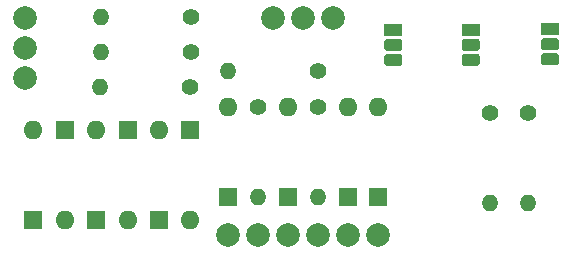
<source format=gbr>
G04 #@! TF.GenerationSoftware,KiCad,Pcbnew,(5.0.0)*
G04 #@! TF.CreationDate,2019-08-30T23:05:15+01:00*
G04 #@! TF.ProjectId,LS15,4C5331352E6B696361645F7063620000,rev?*
G04 #@! TF.SameCoordinates,Original*
G04 #@! TF.FileFunction,Soldermask,Top*
G04 #@! TF.FilePolarity,Negative*
%FSLAX46Y46*%
G04 Gerber Fmt 4.6, Leading zero omitted, Abs format (unit mm)*
G04 Created by KiCad (PCBNEW (5.0.0)) date 08/30/19 23:05:15*
%MOMM*%
%LPD*%
G01*
G04 APERTURE LIST*
%ADD10C,2.000000*%
%ADD11R,1.600000X1.600000*%
%ADD12O,1.600000X1.600000*%
%ADD13C,1.400000*%
%ADD14O,1.400000X1.400000*%
%ADD15R,1.500000X1.050000*%
%ADD16C,0.100000*%
%ADD17C,1.050000*%
G04 APERTURE END LIST*
D10*
G04 #@! TO.C,J1*
X145998000Y-61225500D03*
X143458000Y-61225500D03*
X140918000Y-61225500D03*
X149808000Y-79640500D03*
X147268000Y-79640500D03*
X144728000Y-79640500D03*
X142188000Y-79640500D03*
X139648000Y-79640500D03*
X137108000Y-79640500D03*
X119963000Y-66305500D03*
X119963000Y-63765500D03*
X119963000Y-61225500D03*
G04 #@! TD*
D11*
G04 #@! TO.C,D1*
X137109000Y-76428600D03*
D12*
X137109000Y-68808600D03*
G04 #@! TD*
D11*
G04 #@! TO.C,D3*
X142189000Y-76428600D03*
D12*
X142189000Y-68808600D03*
G04 #@! TD*
D11*
G04 #@! TO.C,D4*
X147269000Y-76428600D03*
D12*
X147269000Y-68808600D03*
G04 #@! TD*
D11*
G04 #@! TO.C,D5*
X149809000Y-76428600D03*
D12*
X149809000Y-68808600D03*
G04 #@! TD*
D11*
G04 #@! TO.C,D7*
X120625000Y-78359000D03*
D12*
X120625000Y-70739000D03*
G04 #@! TD*
D11*
G04 #@! TO.C,D8*
X123292000Y-70739000D03*
D12*
X123292000Y-78359000D03*
G04 #@! TD*
D11*
G04 #@! TO.C,D9*
X125959000Y-78359000D03*
D12*
X125959000Y-70739000D03*
G04 #@! TD*
D11*
G04 #@! TO.C,D10*
X128626000Y-70739000D03*
D12*
X128626000Y-78359000D03*
G04 #@! TD*
D11*
G04 #@! TO.C,D11*
X131267000Y-78359000D03*
D12*
X131267000Y-70739000D03*
G04 #@! TD*
D11*
G04 #@! TO.C,D12*
X133922000Y-70739000D03*
D12*
X133922000Y-78359000D03*
G04 #@! TD*
D13*
G04 #@! TO.C,R1*
X144729000Y-65709800D03*
D14*
X137109000Y-65709800D03*
G04 #@! TD*
D13*
G04 #@! TO.C,R2*
X133960000Y-64109600D03*
D14*
X126340000Y-64109600D03*
G04 #@! TD*
D13*
G04 #@! TO.C,R3*
X162535000Y-69316600D03*
D14*
X162535000Y-76936600D03*
G04 #@! TD*
D13*
G04 #@! TO.C,R4*
X144729000Y-68808600D03*
D14*
X144729000Y-76428600D03*
G04 #@! TD*
D13*
G04 #@! TO.C,R5*
X133934000Y-67132200D03*
D14*
X126314000Y-67132200D03*
G04 #@! TD*
D15*
G04 #@! TO.C,VT2*
X157683000Y-62255400D03*
D16*
G36*
X158196229Y-64271664D02*
X158221711Y-64275444D01*
X158246700Y-64281703D01*
X158270954Y-64290382D01*
X158294242Y-64301396D01*
X158316337Y-64314639D01*
X158337028Y-64329985D01*
X158356116Y-64347284D01*
X158373415Y-64366372D01*
X158388761Y-64387063D01*
X158402004Y-64409158D01*
X158413018Y-64432446D01*
X158421697Y-64456700D01*
X158427956Y-64481689D01*
X158431736Y-64507171D01*
X158433000Y-64532900D01*
X158433000Y-65057900D01*
X158431736Y-65083629D01*
X158427956Y-65109111D01*
X158421697Y-65134100D01*
X158413018Y-65158354D01*
X158402004Y-65181642D01*
X158388761Y-65203737D01*
X158373415Y-65224428D01*
X158356116Y-65243516D01*
X158337028Y-65260815D01*
X158316337Y-65276161D01*
X158294242Y-65289404D01*
X158270954Y-65300418D01*
X158246700Y-65309097D01*
X158221711Y-65315356D01*
X158196229Y-65319136D01*
X158170500Y-65320400D01*
X157195500Y-65320400D01*
X157169771Y-65319136D01*
X157144289Y-65315356D01*
X157119300Y-65309097D01*
X157095046Y-65300418D01*
X157071758Y-65289404D01*
X157049663Y-65276161D01*
X157028972Y-65260815D01*
X157009884Y-65243516D01*
X156992585Y-65224428D01*
X156977239Y-65203737D01*
X156963996Y-65181642D01*
X156952982Y-65158354D01*
X156944303Y-65134100D01*
X156938044Y-65109111D01*
X156934264Y-65083629D01*
X156933000Y-65057900D01*
X156933000Y-64532900D01*
X156934264Y-64507171D01*
X156938044Y-64481689D01*
X156944303Y-64456700D01*
X156952982Y-64432446D01*
X156963996Y-64409158D01*
X156977239Y-64387063D01*
X156992585Y-64366372D01*
X157009884Y-64347284D01*
X157028972Y-64329985D01*
X157049663Y-64314639D01*
X157071758Y-64301396D01*
X157095046Y-64290382D01*
X157119300Y-64281703D01*
X157144289Y-64275444D01*
X157169771Y-64271664D01*
X157195500Y-64270400D01*
X158170500Y-64270400D01*
X158196229Y-64271664D01*
X158196229Y-64271664D01*
G37*
D17*
X157683000Y-64795400D03*
D16*
G36*
X158196229Y-63001664D02*
X158221711Y-63005444D01*
X158246700Y-63011703D01*
X158270954Y-63020382D01*
X158294242Y-63031396D01*
X158316337Y-63044639D01*
X158337028Y-63059985D01*
X158356116Y-63077284D01*
X158373415Y-63096372D01*
X158388761Y-63117063D01*
X158402004Y-63139158D01*
X158413018Y-63162446D01*
X158421697Y-63186700D01*
X158427956Y-63211689D01*
X158431736Y-63237171D01*
X158433000Y-63262900D01*
X158433000Y-63787900D01*
X158431736Y-63813629D01*
X158427956Y-63839111D01*
X158421697Y-63864100D01*
X158413018Y-63888354D01*
X158402004Y-63911642D01*
X158388761Y-63933737D01*
X158373415Y-63954428D01*
X158356116Y-63973516D01*
X158337028Y-63990815D01*
X158316337Y-64006161D01*
X158294242Y-64019404D01*
X158270954Y-64030418D01*
X158246700Y-64039097D01*
X158221711Y-64045356D01*
X158196229Y-64049136D01*
X158170500Y-64050400D01*
X157195500Y-64050400D01*
X157169771Y-64049136D01*
X157144289Y-64045356D01*
X157119300Y-64039097D01*
X157095046Y-64030418D01*
X157071758Y-64019404D01*
X157049663Y-64006161D01*
X157028972Y-63990815D01*
X157009884Y-63973516D01*
X156992585Y-63954428D01*
X156977239Y-63933737D01*
X156963996Y-63911642D01*
X156952982Y-63888354D01*
X156944303Y-63864100D01*
X156938044Y-63839111D01*
X156934264Y-63813629D01*
X156933000Y-63787900D01*
X156933000Y-63262900D01*
X156934264Y-63237171D01*
X156938044Y-63211689D01*
X156944303Y-63186700D01*
X156952982Y-63162446D01*
X156963996Y-63139158D01*
X156977239Y-63117063D01*
X156992585Y-63096372D01*
X157009884Y-63077284D01*
X157028972Y-63059985D01*
X157049663Y-63044639D01*
X157071758Y-63031396D01*
X157095046Y-63020382D01*
X157119300Y-63011703D01*
X157144289Y-63005444D01*
X157169771Y-63001664D01*
X157195500Y-63000400D01*
X158170500Y-63000400D01*
X158196229Y-63001664D01*
X158196229Y-63001664D01*
G37*
D17*
X157683000Y-63525400D03*
G04 #@! TD*
D14*
G04 #@! TO.C,R6*
X139649000Y-76428600D03*
D13*
X139649000Y-68808600D03*
G04 #@! TD*
D14*
G04 #@! TO.C,R7*
X126340000Y-61163200D03*
D13*
X133960000Y-61163200D03*
G04 #@! TD*
G04 #@! TO.C,R8*
X159309000Y-69316600D03*
D14*
X159309000Y-76936600D03*
G04 #@! TD*
D16*
G04 #@! TO.C,VT1*
G36*
X151618229Y-63001664D02*
X151643711Y-63005444D01*
X151668700Y-63011703D01*
X151692954Y-63020382D01*
X151716242Y-63031396D01*
X151738337Y-63044639D01*
X151759028Y-63059985D01*
X151778116Y-63077284D01*
X151795415Y-63096372D01*
X151810761Y-63117063D01*
X151824004Y-63139158D01*
X151835018Y-63162446D01*
X151843697Y-63186700D01*
X151849956Y-63211689D01*
X151853736Y-63237171D01*
X151855000Y-63262900D01*
X151855000Y-63787900D01*
X151853736Y-63813629D01*
X151849956Y-63839111D01*
X151843697Y-63864100D01*
X151835018Y-63888354D01*
X151824004Y-63911642D01*
X151810761Y-63933737D01*
X151795415Y-63954428D01*
X151778116Y-63973516D01*
X151759028Y-63990815D01*
X151738337Y-64006161D01*
X151716242Y-64019404D01*
X151692954Y-64030418D01*
X151668700Y-64039097D01*
X151643711Y-64045356D01*
X151618229Y-64049136D01*
X151592500Y-64050400D01*
X150617500Y-64050400D01*
X150591771Y-64049136D01*
X150566289Y-64045356D01*
X150541300Y-64039097D01*
X150517046Y-64030418D01*
X150493758Y-64019404D01*
X150471663Y-64006161D01*
X150450972Y-63990815D01*
X150431884Y-63973516D01*
X150414585Y-63954428D01*
X150399239Y-63933737D01*
X150385996Y-63911642D01*
X150374982Y-63888354D01*
X150366303Y-63864100D01*
X150360044Y-63839111D01*
X150356264Y-63813629D01*
X150355000Y-63787900D01*
X150355000Y-63262900D01*
X150356264Y-63237171D01*
X150360044Y-63211689D01*
X150366303Y-63186700D01*
X150374982Y-63162446D01*
X150385996Y-63139158D01*
X150399239Y-63117063D01*
X150414585Y-63096372D01*
X150431884Y-63077284D01*
X150450972Y-63059985D01*
X150471663Y-63044639D01*
X150493758Y-63031396D01*
X150517046Y-63020382D01*
X150541300Y-63011703D01*
X150566289Y-63005444D01*
X150591771Y-63001664D01*
X150617500Y-63000400D01*
X151592500Y-63000400D01*
X151618229Y-63001664D01*
X151618229Y-63001664D01*
G37*
D17*
X151105000Y-63525400D03*
D16*
G36*
X151618229Y-64271664D02*
X151643711Y-64275444D01*
X151668700Y-64281703D01*
X151692954Y-64290382D01*
X151716242Y-64301396D01*
X151738337Y-64314639D01*
X151759028Y-64329985D01*
X151778116Y-64347284D01*
X151795415Y-64366372D01*
X151810761Y-64387063D01*
X151824004Y-64409158D01*
X151835018Y-64432446D01*
X151843697Y-64456700D01*
X151849956Y-64481689D01*
X151853736Y-64507171D01*
X151855000Y-64532900D01*
X151855000Y-65057900D01*
X151853736Y-65083629D01*
X151849956Y-65109111D01*
X151843697Y-65134100D01*
X151835018Y-65158354D01*
X151824004Y-65181642D01*
X151810761Y-65203737D01*
X151795415Y-65224428D01*
X151778116Y-65243516D01*
X151759028Y-65260815D01*
X151738337Y-65276161D01*
X151716242Y-65289404D01*
X151692954Y-65300418D01*
X151668700Y-65309097D01*
X151643711Y-65315356D01*
X151618229Y-65319136D01*
X151592500Y-65320400D01*
X150617500Y-65320400D01*
X150591771Y-65319136D01*
X150566289Y-65315356D01*
X150541300Y-65309097D01*
X150517046Y-65300418D01*
X150493758Y-65289404D01*
X150471663Y-65276161D01*
X150450972Y-65260815D01*
X150431884Y-65243516D01*
X150414585Y-65224428D01*
X150399239Y-65203737D01*
X150385996Y-65181642D01*
X150374982Y-65158354D01*
X150366303Y-65134100D01*
X150360044Y-65109111D01*
X150356264Y-65083629D01*
X150355000Y-65057900D01*
X150355000Y-64532900D01*
X150356264Y-64507171D01*
X150360044Y-64481689D01*
X150366303Y-64456700D01*
X150374982Y-64432446D01*
X150385996Y-64409158D01*
X150399239Y-64387063D01*
X150414585Y-64366372D01*
X150431884Y-64347284D01*
X150450972Y-64329985D01*
X150471663Y-64314639D01*
X150493758Y-64301396D01*
X150517046Y-64290382D01*
X150541300Y-64281703D01*
X150566289Y-64275444D01*
X150591771Y-64271664D01*
X150617500Y-64270400D01*
X151592500Y-64270400D01*
X151618229Y-64271664D01*
X151618229Y-64271664D01*
G37*
D17*
X151105000Y-64795400D03*
D15*
X151105000Y-62255400D03*
G04 #@! TD*
D16*
G04 #@! TO.C,VT3*
G36*
X164876229Y-62950864D02*
X164901711Y-62954644D01*
X164926700Y-62960903D01*
X164950954Y-62969582D01*
X164974242Y-62980596D01*
X164996337Y-62993839D01*
X165017028Y-63009185D01*
X165036116Y-63026484D01*
X165053415Y-63045572D01*
X165068761Y-63066263D01*
X165082004Y-63088358D01*
X165093018Y-63111646D01*
X165101697Y-63135900D01*
X165107956Y-63160889D01*
X165111736Y-63186371D01*
X165113000Y-63212100D01*
X165113000Y-63737100D01*
X165111736Y-63762829D01*
X165107956Y-63788311D01*
X165101697Y-63813300D01*
X165093018Y-63837554D01*
X165082004Y-63860842D01*
X165068761Y-63882937D01*
X165053415Y-63903628D01*
X165036116Y-63922716D01*
X165017028Y-63940015D01*
X164996337Y-63955361D01*
X164974242Y-63968604D01*
X164950954Y-63979618D01*
X164926700Y-63988297D01*
X164901711Y-63994556D01*
X164876229Y-63998336D01*
X164850500Y-63999600D01*
X163875500Y-63999600D01*
X163849771Y-63998336D01*
X163824289Y-63994556D01*
X163799300Y-63988297D01*
X163775046Y-63979618D01*
X163751758Y-63968604D01*
X163729663Y-63955361D01*
X163708972Y-63940015D01*
X163689884Y-63922716D01*
X163672585Y-63903628D01*
X163657239Y-63882937D01*
X163643996Y-63860842D01*
X163632982Y-63837554D01*
X163624303Y-63813300D01*
X163618044Y-63788311D01*
X163614264Y-63762829D01*
X163613000Y-63737100D01*
X163613000Y-63212100D01*
X163614264Y-63186371D01*
X163618044Y-63160889D01*
X163624303Y-63135900D01*
X163632982Y-63111646D01*
X163643996Y-63088358D01*
X163657239Y-63066263D01*
X163672585Y-63045572D01*
X163689884Y-63026484D01*
X163708972Y-63009185D01*
X163729663Y-62993839D01*
X163751758Y-62980596D01*
X163775046Y-62969582D01*
X163799300Y-62960903D01*
X163824289Y-62954644D01*
X163849771Y-62950864D01*
X163875500Y-62949600D01*
X164850500Y-62949600D01*
X164876229Y-62950864D01*
X164876229Y-62950864D01*
G37*
D17*
X164363000Y-63474600D03*
D16*
G36*
X164876229Y-64220864D02*
X164901711Y-64224644D01*
X164926700Y-64230903D01*
X164950954Y-64239582D01*
X164974242Y-64250596D01*
X164996337Y-64263839D01*
X165017028Y-64279185D01*
X165036116Y-64296484D01*
X165053415Y-64315572D01*
X165068761Y-64336263D01*
X165082004Y-64358358D01*
X165093018Y-64381646D01*
X165101697Y-64405900D01*
X165107956Y-64430889D01*
X165111736Y-64456371D01*
X165113000Y-64482100D01*
X165113000Y-65007100D01*
X165111736Y-65032829D01*
X165107956Y-65058311D01*
X165101697Y-65083300D01*
X165093018Y-65107554D01*
X165082004Y-65130842D01*
X165068761Y-65152937D01*
X165053415Y-65173628D01*
X165036116Y-65192716D01*
X165017028Y-65210015D01*
X164996337Y-65225361D01*
X164974242Y-65238604D01*
X164950954Y-65249618D01*
X164926700Y-65258297D01*
X164901711Y-65264556D01*
X164876229Y-65268336D01*
X164850500Y-65269600D01*
X163875500Y-65269600D01*
X163849771Y-65268336D01*
X163824289Y-65264556D01*
X163799300Y-65258297D01*
X163775046Y-65249618D01*
X163751758Y-65238604D01*
X163729663Y-65225361D01*
X163708972Y-65210015D01*
X163689884Y-65192716D01*
X163672585Y-65173628D01*
X163657239Y-65152937D01*
X163643996Y-65130842D01*
X163632982Y-65107554D01*
X163624303Y-65083300D01*
X163618044Y-65058311D01*
X163614264Y-65032829D01*
X163613000Y-65007100D01*
X163613000Y-64482100D01*
X163614264Y-64456371D01*
X163618044Y-64430889D01*
X163624303Y-64405900D01*
X163632982Y-64381646D01*
X163643996Y-64358358D01*
X163657239Y-64336263D01*
X163672585Y-64315572D01*
X163689884Y-64296484D01*
X163708972Y-64279185D01*
X163729663Y-64263839D01*
X163751758Y-64250596D01*
X163775046Y-64239582D01*
X163799300Y-64230903D01*
X163824289Y-64224644D01*
X163849771Y-64220864D01*
X163875500Y-64219600D01*
X164850500Y-64219600D01*
X164876229Y-64220864D01*
X164876229Y-64220864D01*
G37*
D17*
X164363000Y-64744600D03*
D15*
X164363000Y-62204600D03*
G04 #@! TD*
M02*

</source>
